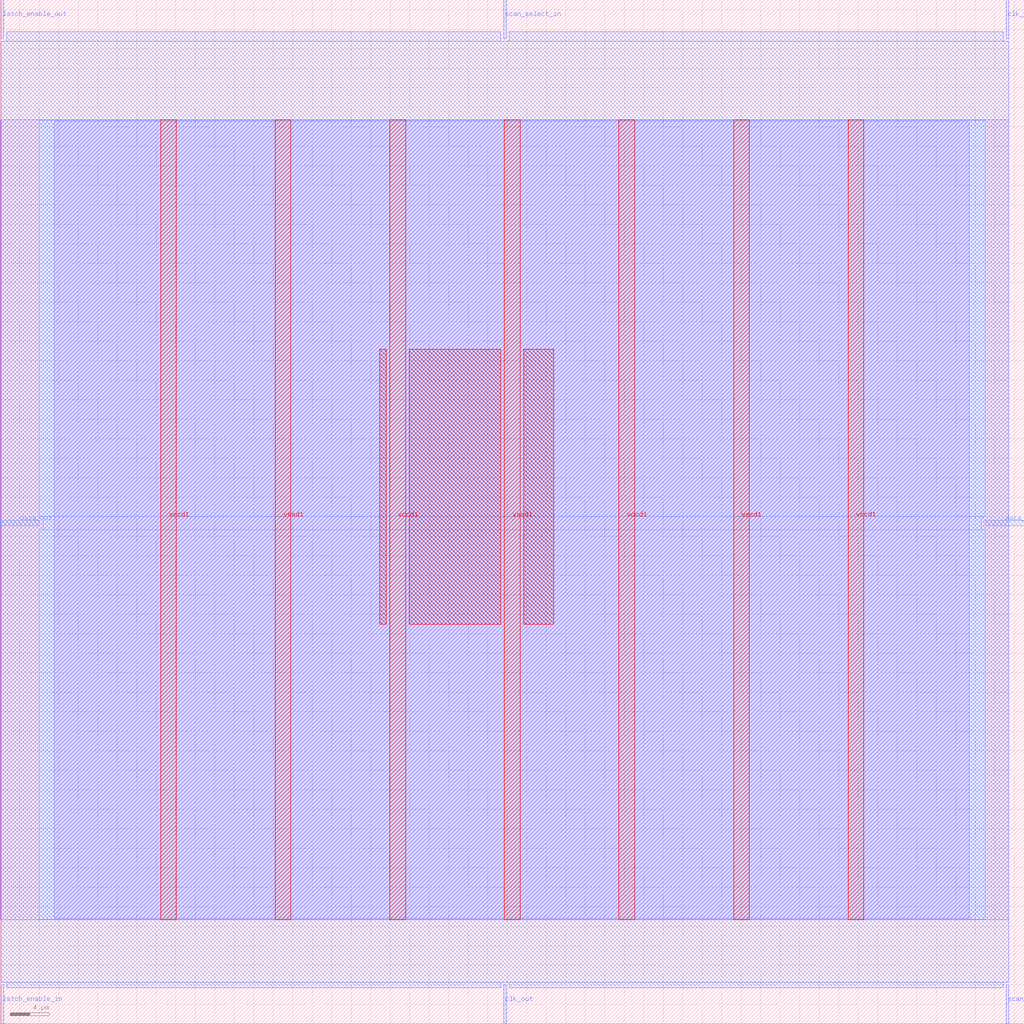
<source format=lef>
VERSION 5.7 ;
  NOWIREEXTENSIONATPIN ON ;
  DIVIDERCHAR "/" ;
  BUSBITCHARS "[]" ;
MACRO scan_wrapper_341202178192441940
  CLASS BLOCK ;
  FOREIGN scan_wrapper_341202178192441940 ;
  ORIGIN 0.000 0.000 ;
  SIZE 105.000 BY 105.000 ;
  PIN clk_in
    DIRECTION INPUT ;
    USE SIGNAL ;
    PORT
      LAYER met2 ;
        RECT 103.130 101.000 103.410 105.000 ;
    END
  END clk_in
  PIN clk_out
    DIRECTION OUTPUT TRISTATE ;
    USE SIGNAL ;
    PORT
      LAYER met2 ;
        RECT 51.610 0.000 51.890 4.000 ;
    END
  END clk_out
  PIN data_in
    DIRECTION INPUT ;
    USE SIGNAL ;
    PORT
      LAYER met3 ;
        RECT 101.000 51.040 105.000 51.640 ;
    END
  END data_in
  PIN data_out
    DIRECTION OUTPUT TRISTATE ;
    USE SIGNAL ;
    PORT
      LAYER met3 ;
        RECT 0.000 51.040 4.000 51.640 ;
    END
  END data_out
  PIN latch_enable_in
    DIRECTION INPUT ;
    USE SIGNAL ;
    PORT
      LAYER met2 ;
        RECT 0.090 0.000 0.370 4.000 ;
    END
  END latch_enable_in
  PIN latch_enable_out
    DIRECTION OUTPUT TRISTATE ;
    USE SIGNAL ;
    PORT
      LAYER met2 ;
        RECT 0.090 101.000 0.370 105.000 ;
    END
  END latch_enable_out
  PIN scan_select_in
    DIRECTION INPUT ;
    USE SIGNAL ;
    PORT
      LAYER met2 ;
        RECT 51.610 101.000 51.890 105.000 ;
    END
  END scan_select_in
  PIN scan_select_out
    DIRECTION OUTPUT TRISTATE ;
    USE SIGNAL ;
    PORT
      LAYER met2 ;
        RECT 103.130 0.000 103.410 4.000 ;
    END
  END scan_select_out
  PIN vccd1
    DIRECTION INOUT ;
    USE POWER ;
    PORT
      LAYER met4 ;
        RECT 16.465 10.640 18.065 92.720 ;
    END
    PORT
      LAYER met4 ;
        RECT 39.955 10.640 41.555 92.720 ;
    END
    PORT
      LAYER met4 ;
        RECT 63.445 10.640 65.045 92.720 ;
    END
    PORT
      LAYER met4 ;
        RECT 86.935 10.640 88.535 92.720 ;
    END
  END vccd1
  PIN vssd1
    DIRECTION INOUT ;
    USE GROUND ;
    PORT
      LAYER met4 ;
        RECT 28.210 10.640 29.810 92.720 ;
    END
    PORT
      LAYER met4 ;
        RECT 51.700 10.640 53.300 92.720 ;
    END
    PORT
      LAYER met4 ;
        RECT 75.190 10.640 76.790 92.720 ;
    END
  END vssd1
  OBS
      LAYER li1 ;
        RECT 5.520 10.795 99.360 92.565 ;
      LAYER met1 ;
        RECT 0.070 10.640 103.430 92.720 ;
      LAYER met2 ;
        RECT 0.650 100.720 51.330 101.730 ;
        RECT 52.170 100.720 102.850 101.730 ;
        RECT 0.100 4.280 103.400 100.720 ;
        RECT 0.650 3.670 51.330 4.280 ;
        RECT 52.170 3.670 102.850 4.280 ;
      LAYER met3 ;
        RECT 4.000 52.040 101.000 92.645 ;
        RECT 4.400 50.640 100.600 52.040 ;
        RECT 4.000 10.715 101.000 50.640 ;
      LAYER met4 ;
        RECT 38.935 40.975 39.555 69.185 ;
        RECT 41.955 40.975 51.300 69.185 ;
        RECT 53.700 40.975 56.745 69.185 ;
  END
END scan_wrapper_341202178192441940
END LIBRARY


</source>
